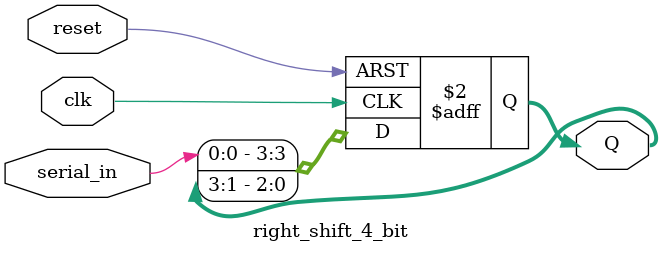
<source format=v>
module right_shift_4_bit(input clk, reset, serial_in, output reg [3:0] Q);
    always @(posedge clk or posedge reset) begin
        if(reset)
            Q <= 0;
        else
            Q <= {serial_in, Q[3:1]};
    end
endmodule
</source>
